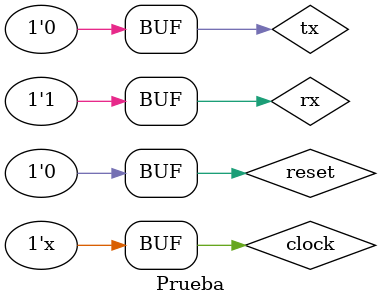
<source format=v>
`timescale 1ns / 1ps


module Prueba;

	// Inputs
	reg clock;
	reg reset;
	reg rx;

	// Outputs
	reg tx;

	// Instantiate the Unit Under Test (UUT)
	Top uut (
		.clock(clock), 
		.reset(reset), 
		.rx(rx), 
		.tx(tx)
	);
	
	always
	#10 clock=~clock;
	
	initial begin
		// Initialize Inputs
		clock = 0;
		reset = 0;
		rx = 0;
		tx=0;
		// Wait 100 ns for global reset to finish
		#1000;
      
		rx=1;
		
		#1000;
		
		rx=0;
		#1000;
		rx=1;
		
		#1000;
		rx=1;
		#1000;
		rx=1;
		#1000;
		rx=1;
		#1000;
		rx=1;
		#1000;
		rx=1;
		#1000;
		rx=0;
		#1000;
		rx=1;
		#1000;
		rx=1;
		
		// Add stimulus here

	end
      
endmodule


</source>
